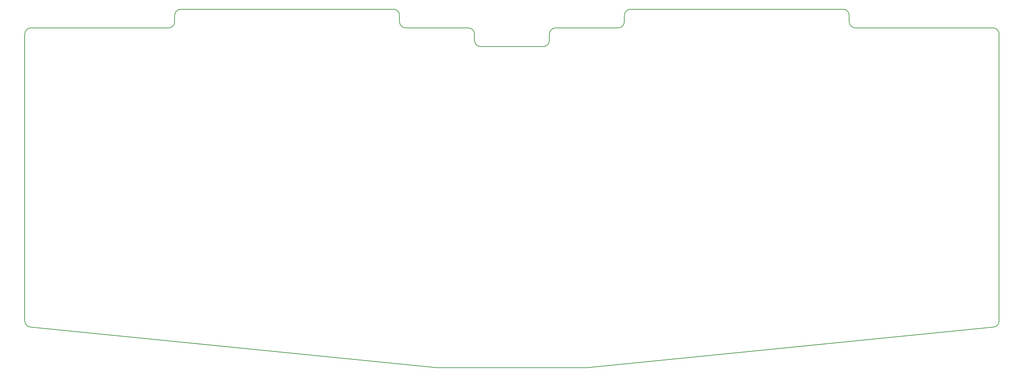
<source format=gbr>
%TF.GenerationSoftware,KiCad,Pcbnew,8.0.8*%
%TF.CreationDate,2025-03-15T15:28:53+01:00*%
%TF.ProjectId,wergob,77657267-6f62-42e6-9b69-6361645f7063,rev?*%
%TF.SameCoordinates,Original*%
%TF.FileFunction,Profile,NP*%
%FSLAX46Y46*%
G04 Gerber Fmt 4.6, Leading zero omitted, Abs format (unit mm)*
G04 Created by KiCad (PCBNEW 8.0.8) date 2025-03-15 15:28:53*
%MOMM*%
%LPD*%
G01*
G04 APERTURE LIST*
%TA.AperFunction,Profile*%
%ADD10C,0.200000*%
%TD*%
G04 APERTURE END LIST*
D10*
X166687500Y-110331250D02*
X128587500Y-110331250D01*
X157162500Y-26987500D02*
G75*
G02*
X155575000Y-28575000I-1587500J0D01*
G01*
X120650000Y-23812500D02*
G75*
G02*
X119062500Y-22225000I0J1587500D01*
G01*
X176212500Y-22225000D02*
G75*
G02*
X174625000Y-23812500I-1587500J0D01*
G01*
X119062500Y-22225000D02*
X119062500Y-20637500D01*
X117475000Y-19050000D02*
G75*
G02*
X119062500Y-20637500I0J-1587500D01*
G01*
X157162500Y-25400000D02*
X157162500Y-26987500D01*
X176212500Y-20637500D02*
G75*
G02*
X177800000Y-19050000I1587500J0D01*
G01*
X231775000Y-19050000D02*
G75*
G02*
X233362500Y-20637500I0J-1587500D01*
G01*
X269875000Y-23812500D02*
X234950000Y-23812500D01*
X176212500Y-20637500D02*
X176212500Y-22225000D01*
X269875000Y-23812500D02*
G75*
G02*
X271462500Y-25400000I0J-1587500D01*
G01*
X23812500Y-98425000D02*
X23812500Y-25400000D01*
X138112500Y-26987500D02*
X138112500Y-25400000D01*
X269875000Y-100012500D02*
X166687500Y-110331250D01*
X61912500Y-20637500D02*
X61912500Y-22225000D01*
X139700000Y-28575000D02*
G75*
G02*
X138112500Y-26987500I0J1587500D01*
G01*
X234950000Y-23812500D02*
G75*
G02*
X233362500Y-22225000I0J1587500D01*
G01*
X177800000Y-19050000D02*
X231775000Y-19050000D01*
X60325000Y-23812500D02*
X25400000Y-23812500D01*
X61912500Y-22225000D02*
G75*
G02*
X60325000Y-23812500I-1587500J0D01*
G01*
X128587500Y-110331250D02*
X25400000Y-100012500D01*
X233362500Y-22225000D02*
X233362500Y-20637500D01*
X174625000Y-23812500D02*
X158750000Y-23812500D01*
X136525000Y-23812500D02*
X120650000Y-23812500D01*
X155575000Y-28575000D02*
X139700000Y-28575000D01*
X23812500Y-25400000D02*
G75*
G02*
X25400000Y-23812500I1587500J0D01*
G01*
X157162500Y-25400000D02*
G75*
G02*
X158750000Y-23812500I1587500J0D01*
G01*
X271462500Y-25400000D02*
X271462500Y-98425000D01*
X25400000Y-100012500D02*
G75*
G02*
X23812500Y-98425000I0J1587500D01*
G01*
X136525000Y-23812500D02*
G75*
G02*
X138112500Y-25400000I0J-1587500D01*
G01*
X271462500Y-98425000D02*
G75*
G02*
X269875000Y-100012500I-1587500J0D01*
G01*
X117475000Y-19050000D02*
X63500000Y-19050000D01*
X61912500Y-20637500D02*
G75*
G02*
X63500000Y-19050000I1587500J0D01*
G01*
M02*

</source>
